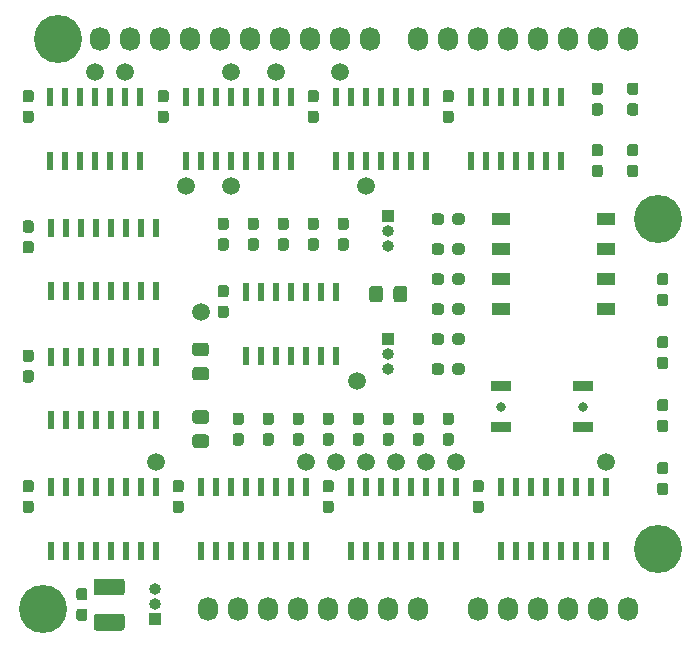
<source format=gts>
%TF.GenerationSoftware,KiCad,Pcbnew,(5.1.6)-1*%
%TF.CreationDate,2020-08-28T18:14:54+09:00*%
%TF.ProjectId,td4-shield,7464342d-7368-4696-956c-642e6b696361,rev?*%
%TF.SameCoordinates,Original*%
%TF.FileFunction,Soldermask,Top*%
%TF.FilePolarity,Negative*%
%FSLAX46Y46*%
G04 Gerber Fmt 4.6, Leading zero omitted, Abs format (unit mm)*
G04 Created by KiCad (PCBNEW (5.1.6)-1) date 2020-08-28 18:14:54*
%MOMM*%
%LPD*%
G01*
G04 APERTURE LIST*
%ADD10O,1.000000X1.000000*%
%ADD11R,1.000000X1.000000*%
%ADD12C,0.800000*%
%ADD13R,1.700000X0.900000*%
%ADD14R,1.500000X1.100000*%
%ADD15O,1.727200X2.032000*%
%ADD16C,4.064000*%
%ADD17C,1.500000*%
%ADD18R,0.600000X1.500000*%
G04 APERTURE END LIST*
%TO.C,R11*%
G36*
G01*
X144255500Y-108235000D02*
X143780500Y-108235000D01*
G75*
G02*
X143543000Y-107997500I0J237500D01*
G01*
X143543000Y-107422500D01*
G75*
G02*
X143780500Y-107185000I237500J0D01*
G01*
X144255500Y-107185000D01*
G75*
G02*
X144493000Y-107422500I0J-237500D01*
G01*
X144493000Y-107997500D01*
G75*
G02*
X144255500Y-108235000I-237500J0D01*
G01*
G37*
G36*
G01*
X144255500Y-109985000D02*
X143780500Y-109985000D01*
G75*
G02*
X143543000Y-109747500I0J237500D01*
G01*
X143543000Y-109172500D01*
G75*
G02*
X143780500Y-108935000I237500J0D01*
G01*
X144255500Y-108935000D01*
G75*
G02*
X144493000Y-109172500I0J-237500D01*
G01*
X144493000Y-109747500D01*
G75*
G02*
X144255500Y-109985000I-237500J0D01*
G01*
G37*
%TD*%
%TO.C,R10*%
G36*
G01*
X142510500Y-92425000D02*
X142985500Y-92425000D01*
G75*
G02*
X143223000Y-92662500I0J-237500D01*
G01*
X143223000Y-93237500D01*
G75*
G02*
X142985500Y-93475000I-237500J0D01*
G01*
X142510500Y-93475000D01*
G75*
G02*
X142273000Y-93237500I0J237500D01*
G01*
X142273000Y-92662500D01*
G75*
G02*
X142510500Y-92425000I237500J0D01*
G01*
G37*
G36*
G01*
X142510500Y-90675000D02*
X142985500Y-90675000D01*
G75*
G02*
X143223000Y-90912500I0J-237500D01*
G01*
X143223000Y-91487500D01*
G75*
G02*
X142985500Y-91725000I-237500J0D01*
G01*
X142510500Y-91725000D01*
G75*
G02*
X142273000Y-91487500I0J237500D01*
G01*
X142273000Y-90912500D01*
G75*
G02*
X142510500Y-90675000I237500J0D01*
G01*
G37*
%TD*%
%TO.C,R1*%
G36*
G01*
X128482500Y-123094000D02*
X128007500Y-123094000D01*
G75*
G02*
X127770000Y-122856500I0J237500D01*
G01*
X127770000Y-122281500D01*
G75*
G02*
X128007500Y-122044000I237500J0D01*
G01*
X128482500Y-122044000D01*
G75*
G02*
X128720000Y-122281500I0J-237500D01*
G01*
X128720000Y-122856500D01*
G75*
G02*
X128482500Y-123094000I-237500J0D01*
G01*
G37*
G36*
G01*
X128482500Y-124844000D02*
X128007500Y-124844000D01*
G75*
G02*
X127770000Y-124606500I0J237500D01*
G01*
X127770000Y-124031500D01*
G75*
G02*
X128007500Y-123794000I237500J0D01*
G01*
X128482500Y-123794000D01*
G75*
G02*
X128720000Y-124031500I0J-237500D01*
G01*
X128720000Y-124606500D01*
G75*
G02*
X128482500Y-124844000I-237500J0D01*
G01*
G37*
%TD*%
D10*
%TO.C,SW21*%
X154178000Y-103505000D03*
X154178000Y-102235000D03*
D11*
X154178000Y-100965000D03*
%TD*%
D10*
%TO.C,SW20*%
X154178000Y-93091000D03*
X154178000Y-91821000D03*
D11*
X154178000Y-90551000D03*
%TD*%
D12*
%TO.C,SW19*%
X170688000Y-106680000D03*
D13*
X170688000Y-104980000D03*
X170688000Y-108380000D03*
%TD*%
D12*
%TO.C,SW18*%
X163703000Y-106680000D03*
D13*
X163703000Y-104980000D03*
X163703000Y-108380000D03*
%TD*%
D14*
%TO.C,SW1*%
X163698000Y-90805000D03*
X172598000Y-98425000D03*
X163698000Y-93345000D03*
X172598000Y-95885000D03*
X163698000Y-95885000D03*
X172598000Y-93345000D03*
X163698000Y-98425000D03*
X172598000Y-90805000D03*
%TD*%
%TO.C,R28*%
G36*
G01*
X158908000Y-100727500D02*
X158908000Y-101202500D01*
G75*
G02*
X158670500Y-101440000I-237500J0D01*
G01*
X158095500Y-101440000D01*
G75*
G02*
X157858000Y-101202500I0J237500D01*
G01*
X157858000Y-100727500D01*
G75*
G02*
X158095500Y-100490000I237500J0D01*
G01*
X158670500Y-100490000D01*
G75*
G02*
X158908000Y-100727500I0J-237500D01*
G01*
G37*
G36*
G01*
X160658000Y-100727500D02*
X160658000Y-101202500D01*
G75*
G02*
X160420500Y-101440000I-237500J0D01*
G01*
X159845500Y-101440000D01*
G75*
G02*
X159608000Y-101202500I0J237500D01*
G01*
X159608000Y-100727500D01*
G75*
G02*
X159845500Y-100490000I237500J0D01*
G01*
X160420500Y-100490000D01*
G75*
G02*
X160658000Y-100727500I0J-237500D01*
G01*
G37*
%TD*%
%TO.C,R27*%
G36*
G01*
X158908000Y-103267500D02*
X158908000Y-103742500D01*
G75*
G02*
X158670500Y-103980000I-237500J0D01*
G01*
X158095500Y-103980000D01*
G75*
G02*
X157858000Y-103742500I0J237500D01*
G01*
X157858000Y-103267500D01*
G75*
G02*
X158095500Y-103030000I237500J0D01*
G01*
X158670500Y-103030000D01*
G75*
G02*
X158908000Y-103267500I0J-237500D01*
G01*
G37*
G36*
G01*
X160658000Y-103267500D02*
X160658000Y-103742500D01*
G75*
G02*
X160420500Y-103980000I-237500J0D01*
G01*
X159845500Y-103980000D01*
G75*
G02*
X159608000Y-103742500I0J237500D01*
G01*
X159608000Y-103267500D01*
G75*
G02*
X159845500Y-103030000I237500J0D01*
G01*
X160420500Y-103030000D01*
G75*
G02*
X160658000Y-103267500I0J-237500D01*
G01*
G37*
%TD*%
%TO.C,R26*%
G36*
G01*
X145525500Y-91725000D02*
X145050500Y-91725000D01*
G75*
G02*
X144813000Y-91487500I0J237500D01*
G01*
X144813000Y-90912500D01*
G75*
G02*
X145050500Y-90675000I237500J0D01*
G01*
X145525500Y-90675000D01*
G75*
G02*
X145763000Y-90912500I0J-237500D01*
G01*
X145763000Y-91487500D01*
G75*
G02*
X145525500Y-91725000I-237500J0D01*
G01*
G37*
G36*
G01*
X145525500Y-93475000D02*
X145050500Y-93475000D01*
G75*
G02*
X144813000Y-93237500I0J237500D01*
G01*
X144813000Y-92662500D01*
G75*
G02*
X145050500Y-92425000I237500J0D01*
G01*
X145525500Y-92425000D01*
G75*
G02*
X145763000Y-92662500I0J-237500D01*
G01*
X145763000Y-93237500D01*
G75*
G02*
X145525500Y-93475000I-237500J0D01*
G01*
G37*
%TD*%
%TO.C,R25*%
G36*
G01*
X150130500Y-92425000D02*
X150605500Y-92425000D01*
G75*
G02*
X150843000Y-92662500I0J-237500D01*
G01*
X150843000Y-93237500D01*
G75*
G02*
X150605500Y-93475000I-237500J0D01*
G01*
X150130500Y-93475000D01*
G75*
G02*
X149893000Y-93237500I0J237500D01*
G01*
X149893000Y-92662500D01*
G75*
G02*
X150130500Y-92425000I237500J0D01*
G01*
G37*
G36*
G01*
X150130500Y-90675000D02*
X150605500Y-90675000D01*
G75*
G02*
X150843000Y-90912500I0J-237500D01*
G01*
X150843000Y-91487500D01*
G75*
G02*
X150605500Y-91725000I-237500J0D01*
G01*
X150130500Y-91725000D01*
G75*
G02*
X149893000Y-91487500I0J237500D01*
G01*
X149893000Y-90912500D01*
G75*
G02*
X150130500Y-90675000I237500J0D01*
G01*
G37*
%TD*%
%TO.C,R24*%
G36*
G01*
X149335500Y-108235000D02*
X148860500Y-108235000D01*
G75*
G02*
X148623000Y-107997500I0J237500D01*
G01*
X148623000Y-107422500D01*
G75*
G02*
X148860500Y-107185000I237500J0D01*
G01*
X149335500Y-107185000D01*
G75*
G02*
X149573000Y-107422500I0J-237500D01*
G01*
X149573000Y-107997500D01*
G75*
G02*
X149335500Y-108235000I-237500J0D01*
G01*
G37*
G36*
G01*
X149335500Y-109985000D02*
X148860500Y-109985000D01*
G75*
G02*
X148623000Y-109747500I0J237500D01*
G01*
X148623000Y-109172500D01*
G75*
G02*
X148860500Y-108935000I237500J0D01*
G01*
X149335500Y-108935000D01*
G75*
G02*
X149573000Y-109172500I0J-237500D01*
G01*
X149573000Y-109747500D01*
G75*
G02*
X149335500Y-109985000I-237500J0D01*
G01*
G37*
%TD*%
%TO.C,R23*%
G36*
G01*
X147590500Y-92425000D02*
X148065500Y-92425000D01*
G75*
G02*
X148303000Y-92662500I0J-237500D01*
G01*
X148303000Y-93237500D01*
G75*
G02*
X148065500Y-93475000I-237500J0D01*
G01*
X147590500Y-93475000D01*
G75*
G02*
X147353000Y-93237500I0J237500D01*
G01*
X147353000Y-92662500D01*
G75*
G02*
X147590500Y-92425000I237500J0D01*
G01*
G37*
G36*
G01*
X147590500Y-90675000D02*
X148065500Y-90675000D01*
G75*
G02*
X148303000Y-90912500I0J-237500D01*
G01*
X148303000Y-91487500D01*
G75*
G02*
X148065500Y-91725000I-237500J0D01*
G01*
X147590500Y-91725000D01*
G75*
G02*
X147353000Y-91487500I0J237500D01*
G01*
X147353000Y-90912500D01*
G75*
G02*
X147590500Y-90675000I237500J0D01*
G01*
G37*
%TD*%
%TO.C,R22*%
G36*
G01*
X141715500Y-108235000D02*
X141240500Y-108235000D01*
G75*
G02*
X141003000Y-107997500I0J237500D01*
G01*
X141003000Y-107422500D01*
G75*
G02*
X141240500Y-107185000I237500J0D01*
G01*
X141715500Y-107185000D01*
G75*
G02*
X141953000Y-107422500I0J-237500D01*
G01*
X141953000Y-107997500D01*
G75*
G02*
X141715500Y-108235000I-237500J0D01*
G01*
G37*
G36*
G01*
X141715500Y-109985000D02*
X141240500Y-109985000D01*
G75*
G02*
X141003000Y-109747500I0J237500D01*
G01*
X141003000Y-109172500D01*
G75*
G02*
X141240500Y-108935000I237500J0D01*
G01*
X141715500Y-108935000D01*
G75*
G02*
X141953000Y-109172500I0J-237500D01*
G01*
X141953000Y-109747500D01*
G75*
G02*
X141715500Y-109985000I-237500J0D01*
G01*
G37*
%TD*%
%TO.C,R21*%
G36*
G01*
X146320500Y-108935000D02*
X146795500Y-108935000D01*
G75*
G02*
X147033000Y-109172500I0J-237500D01*
G01*
X147033000Y-109747500D01*
G75*
G02*
X146795500Y-109985000I-237500J0D01*
G01*
X146320500Y-109985000D01*
G75*
G02*
X146083000Y-109747500I0J237500D01*
G01*
X146083000Y-109172500D01*
G75*
G02*
X146320500Y-108935000I237500J0D01*
G01*
G37*
G36*
G01*
X146320500Y-107185000D02*
X146795500Y-107185000D01*
G75*
G02*
X147033000Y-107422500I0J-237500D01*
G01*
X147033000Y-107997500D01*
G75*
G02*
X146795500Y-108235000I-237500J0D01*
G01*
X146320500Y-108235000D01*
G75*
G02*
X146083000Y-107997500I0J237500D01*
G01*
X146083000Y-107422500D01*
G75*
G02*
X146320500Y-107185000I237500J0D01*
G01*
G37*
%TD*%
%TO.C,R20*%
G36*
G01*
X140445500Y-91725000D02*
X139970500Y-91725000D01*
G75*
G02*
X139733000Y-91487500I0J237500D01*
G01*
X139733000Y-90912500D01*
G75*
G02*
X139970500Y-90675000I237500J0D01*
G01*
X140445500Y-90675000D01*
G75*
G02*
X140683000Y-90912500I0J-237500D01*
G01*
X140683000Y-91487500D01*
G75*
G02*
X140445500Y-91725000I-237500J0D01*
G01*
G37*
G36*
G01*
X140445500Y-93475000D02*
X139970500Y-93475000D01*
G75*
G02*
X139733000Y-93237500I0J237500D01*
G01*
X139733000Y-92662500D01*
G75*
G02*
X139970500Y-92425000I237500J0D01*
G01*
X140445500Y-92425000D01*
G75*
G02*
X140683000Y-92662500I0J-237500D01*
G01*
X140683000Y-93237500D01*
G75*
G02*
X140445500Y-93475000I-237500J0D01*
G01*
G37*
%TD*%
%TO.C,R5*%
G36*
G01*
X159495500Y-108235000D02*
X159020500Y-108235000D01*
G75*
G02*
X158783000Y-107997500I0J237500D01*
G01*
X158783000Y-107422500D01*
G75*
G02*
X159020500Y-107185000I237500J0D01*
G01*
X159495500Y-107185000D01*
G75*
G02*
X159733000Y-107422500I0J-237500D01*
G01*
X159733000Y-107997500D01*
G75*
G02*
X159495500Y-108235000I-237500J0D01*
G01*
G37*
G36*
G01*
X159495500Y-109985000D02*
X159020500Y-109985000D01*
G75*
G02*
X158783000Y-109747500I0J237500D01*
G01*
X158783000Y-109172500D01*
G75*
G02*
X159020500Y-108935000I237500J0D01*
G01*
X159495500Y-108935000D01*
G75*
G02*
X159733000Y-109172500I0J-237500D01*
G01*
X159733000Y-109747500D01*
G75*
G02*
X159495500Y-109985000I-237500J0D01*
G01*
G37*
%TD*%
%TO.C,R4*%
G36*
G01*
X156955500Y-108235000D02*
X156480500Y-108235000D01*
G75*
G02*
X156243000Y-107997500I0J237500D01*
G01*
X156243000Y-107422500D01*
G75*
G02*
X156480500Y-107185000I237500J0D01*
G01*
X156955500Y-107185000D01*
G75*
G02*
X157193000Y-107422500I0J-237500D01*
G01*
X157193000Y-107997500D01*
G75*
G02*
X156955500Y-108235000I-237500J0D01*
G01*
G37*
G36*
G01*
X156955500Y-109985000D02*
X156480500Y-109985000D01*
G75*
G02*
X156243000Y-109747500I0J237500D01*
G01*
X156243000Y-109172500D01*
G75*
G02*
X156480500Y-108935000I237500J0D01*
G01*
X156955500Y-108935000D01*
G75*
G02*
X157193000Y-109172500I0J-237500D01*
G01*
X157193000Y-109747500D01*
G75*
G02*
X156955500Y-109985000I-237500J0D01*
G01*
G37*
%TD*%
%TO.C,R3*%
G36*
G01*
X154415500Y-108235000D02*
X153940500Y-108235000D01*
G75*
G02*
X153703000Y-107997500I0J237500D01*
G01*
X153703000Y-107422500D01*
G75*
G02*
X153940500Y-107185000I237500J0D01*
G01*
X154415500Y-107185000D01*
G75*
G02*
X154653000Y-107422500I0J-237500D01*
G01*
X154653000Y-107997500D01*
G75*
G02*
X154415500Y-108235000I-237500J0D01*
G01*
G37*
G36*
G01*
X154415500Y-109985000D02*
X153940500Y-109985000D01*
G75*
G02*
X153703000Y-109747500I0J237500D01*
G01*
X153703000Y-109172500D01*
G75*
G02*
X153940500Y-108935000I237500J0D01*
G01*
X154415500Y-108935000D01*
G75*
G02*
X154653000Y-109172500I0J-237500D01*
G01*
X154653000Y-109747500D01*
G75*
G02*
X154415500Y-109985000I-237500J0D01*
G01*
G37*
%TD*%
%TO.C,R2*%
G36*
G01*
X151875500Y-108235000D02*
X151400500Y-108235000D01*
G75*
G02*
X151163000Y-107997500I0J237500D01*
G01*
X151163000Y-107422500D01*
G75*
G02*
X151400500Y-107185000I237500J0D01*
G01*
X151875500Y-107185000D01*
G75*
G02*
X152113000Y-107422500I0J-237500D01*
G01*
X152113000Y-107997500D01*
G75*
G02*
X151875500Y-108235000I-237500J0D01*
G01*
G37*
G36*
G01*
X151875500Y-109985000D02*
X151400500Y-109985000D01*
G75*
G02*
X151163000Y-109747500I0J237500D01*
G01*
X151163000Y-109172500D01*
G75*
G02*
X151400500Y-108935000I237500J0D01*
G01*
X151875500Y-108935000D01*
G75*
G02*
X152113000Y-109172500I0J-237500D01*
G01*
X152113000Y-109747500D01*
G75*
G02*
X151875500Y-109985000I-237500J0D01*
G01*
G37*
%TD*%
%TO.C,R9*%
G36*
G01*
X158908000Y-98187500D02*
X158908000Y-98662500D01*
G75*
G02*
X158670500Y-98900000I-237500J0D01*
G01*
X158095500Y-98900000D01*
G75*
G02*
X157858000Y-98662500I0J237500D01*
G01*
X157858000Y-98187500D01*
G75*
G02*
X158095500Y-97950000I237500J0D01*
G01*
X158670500Y-97950000D01*
G75*
G02*
X158908000Y-98187500I0J-237500D01*
G01*
G37*
G36*
G01*
X160658000Y-98187500D02*
X160658000Y-98662500D01*
G75*
G02*
X160420500Y-98900000I-237500J0D01*
G01*
X159845500Y-98900000D01*
G75*
G02*
X159608000Y-98662500I0J237500D01*
G01*
X159608000Y-98187500D01*
G75*
G02*
X159845500Y-97950000I237500J0D01*
G01*
X160420500Y-97950000D01*
G75*
G02*
X160658000Y-98187500I0J-237500D01*
G01*
G37*
%TD*%
%TO.C,R8*%
G36*
G01*
X158908000Y-95647500D02*
X158908000Y-96122500D01*
G75*
G02*
X158670500Y-96360000I-237500J0D01*
G01*
X158095500Y-96360000D01*
G75*
G02*
X157858000Y-96122500I0J237500D01*
G01*
X157858000Y-95647500D01*
G75*
G02*
X158095500Y-95410000I237500J0D01*
G01*
X158670500Y-95410000D01*
G75*
G02*
X158908000Y-95647500I0J-237500D01*
G01*
G37*
G36*
G01*
X160658000Y-95647500D02*
X160658000Y-96122500D01*
G75*
G02*
X160420500Y-96360000I-237500J0D01*
G01*
X159845500Y-96360000D01*
G75*
G02*
X159608000Y-96122500I0J237500D01*
G01*
X159608000Y-95647500D01*
G75*
G02*
X159845500Y-95410000I237500J0D01*
G01*
X160420500Y-95410000D01*
G75*
G02*
X160658000Y-95647500I0J-237500D01*
G01*
G37*
%TD*%
%TO.C,R7*%
G36*
G01*
X158908000Y-93107500D02*
X158908000Y-93582500D01*
G75*
G02*
X158670500Y-93820000I-237500J0D01*
G01*
X158095500Y-93820000D01*
G75*
G02*
X157858000Y-93582500I0J237500D01*
G01*
X157858000Y-93107500D01*
G75*
G02*
X158095500Y-92870000I237500J0D01*
G01*
X158670500Y-92870000D01*
G75*
G02*
X158908000Y-93107500I0J-237500D01*
G01*
G37*
G36*
G01*
X160658000Y-93107500D02*
X160658000Y-93582500D01*
G75*
G02*
X160420500Y-93820000I-237500J0D01*
G01*
X159845500Y-93820000D01*
G75*
G02*
X159608000Y-93582500I0J237500D01*
G01*
X159608000Y-93107500D01*
G75*
G02*
X159845500Y-92870000I237500J0D01*
G01*
X160420500Y-92870000D01*
G75*
G02*
X160658000Y-93107500I0J-237500D01*
G01*
G37*
%TD*%
%TO.C,R6*%
G36*
G01*
X158908000Y-90567500D02*
X158908000Y-91042500D01*
G75*
G02*
X158670500Y-91280000I-237500J0D01*
G01*
X158095500Y-91280000D01*
G75*
G02*
X157858000Y-91042500I0J237500D01*
G01*
X157858000Y-90567500D01*
G75*
G02*
X158095500Y-90330000I237500J0D01*
G01*
X158670500Y-90330000D01*
G75*
G02*
X158908000Y-90567500I0J-237500D01*
G01*
G37*
G36*
G01*
X160658000Y-90567500D02*
X160658000Y-91042500D01*
G75*
G02*
X160420500Y-91280000I-237500J0D01*
G01*
X159845500Y-91280000D01*
G75*
G02*
X159608000Y-91042500I0J237500D01*
G01*
X159608000Y-90567500D01*
G75*
G02*
X159845500Y-90330000I237500J0D01*
G01*
X160420500Y-90330000D01*
G75*
G02*
X160658000Y-90567500I0J-237500D01*
G01*
G37*
%TD*%
D10*
%TO.C,JP1*%
X134430000Y-122110000D03*
X134430000Y-123380000D03*
D11*
X134430000Y-124650000D03*
%TD*%
%TO.C,D4*%
G36*
G01*
X177181500Y-113126000D02*
X177656500Y-113126000D01*
G75*
G02*
X177894000Y-113363500I0J-237500D01*
G01*
X177894000Y-113938500D01*
G75*
G02*
X177656500Y-114176000I-237500J0D01*
G01*
X177181500Y-114176000D01*
G75*
G02*
X176944000Y-113938500I0J237500D01*
G01*
X176944000Y-113363500D01*
G75*
G02*
X177181500Y-113126000I237500J0D01*
G01*
G37*
G36*
G01*
X177181500Y-111376000D02*
X177656500Y-111376000D01*
G75*
G02*
X177894000Y-111613500I0J-237500D01*
G01*
X177894000Y-112188500D01*
G75*
G02*
X177656500Y-112426000I-237500J0D01*
G01*
X177181500Y-112426000D01*
G75*
G02*
X176944000Y-112188500I0J237500D01*
G01*
X176944000Y-111613500D01*
G75*
G02*
X177181500Y-111376000I237500J0D01*
G01*
G37*
%TD*%
%TO.C,D3*%
G36*
G01*
X177181500Y-107792000D02*
X177656500Y-107792000D01*
G75*
G02*
X177894000Y-108029500I0J-237500D01*
G01*
X177894000Y-108604500D01*
G75*
G02*
X177656500Y-108842000I-237500J0D01*
G01*
X177181500Y-108842000D01*
G75*
G02*
X176944000Y-108604500I0J237500D01*
G01*
X176944000Y-108029500D01*
G75*
G02*
X177181500Y-107792000I237500J0D01*
G01*
G37*
G36*
G01*
X177181500Y-106042000D02*
X177656500Y-106042000D01*
G75*
G02*
X177894000Y-106279500I0J-237500D01*
G01*
X177894000Y-106854500D01*
G75*
G02*
X177656500Y-107092000I-237500J0D01*
G01*
X177181500Y-107092000D01*
G75*
G02*
X176944000Y-106854500I0J237500D01*
G01*
X176944000Y-106279500D01*
G75*
G02*
X177181500Y-106042000I237500J0D01*
G01*
G37*
%TD*%
%TO.C,D2*%
G36*
G01*
X177181500Y-102458000D02*
X177656500Y-102458000D01*
G75*
G02*
X177894000Y-102695500I0J-237500D01*
G01*
X177894000Y-103270500D01*
G75*
G02*
X177656500Y-103508000I-237500J0D01*
G01*
X177181500Y-103508000D01*
G75*
G02*
X176944000Y-103270500I0J237500D01*
G01*
X176944000Y-102695500D01*
G75*
G02*
X177181500Y-102458000I237500J0D01*
G01*
G37*
G36*
G01*
X177181500Y-100708000D02*
X177656500Y-100708000D01*
G75*
G02*
X177894000Y-100945500I0J-237500D01*
G01*
X177894000Y-101520500D01*
G75*
G02*
X177656500Y-101758000I-237500J0D01*
G01*
X177181500Y-101758000D01*
G75*
G02*
X176944000Y-101520500I0J237500D01*
G01*
X176944000Y-100945500D01*
G75*
G02*
X177181500Y-100708000I237500J0D01*
G01*
G37*
%TD*%
%TO.C,D1*%
G36*
G01*
X177181500Y-97124000D02*
X177656500Y-97124000D01*
G75*
G02*
X177894000Y-97361500I0J-237500D01*
G01*
X177894000Y-97936500D01*
G75*
G02*
X177656500Y-98174000I-237500J0D01*
G01*
X177181500Y-98174000D01*
G75*
G02*
X176944000Y-97936500I0J237500D01*
G01*
X176944000Y-97361500D01*
G75*
G02*
X177181500Y-97124000I237500J0D01*
G01*
G37*
G36*
G01*
X177181500Y-95374000D02*
X177656500Y-95374000D01*
G75*
G02*
X177894000Y-95611500I0J-237500D01*
G01*
X177894000Y-96186500D01*
G75*
G02*
X177656500Y-96424000I-237500J0D01*
G01*
X177181500Y-96424000D01*
G75*
G02*
X176944000Y-96186500I0J237500D01*
G01*
X176944000Y-95611500D01*
G75*
G02*
X177181500Y-95374000I237500J0D01*
G01*
G37*
%TD*%
%TO.C,CP13*%
G36*
G01*
X139970500Y-98140000D02*
X140445500Y-98140000D01*
G75*
G02*
X140683000Y-98377500I0J-237500D01*
G01*
X140683000Y-98952500D01*
G75*
G02*
X140445500Y-99190000I-237500J0D01*
G01*
X139970500Y-99190000D01*
G75*
G02*
X139733000Y-98952500I0J237500D01*
G01*
X139733000Y-98377500D01*
G75*
G02*
X139970500Y-98140000I237500J0D01*
G01*
G37*
G36*
G01*
X139970500Y-96390000D02*
X140445500Y-96390000D01*
G75*
G02*
X140683000Y-96627500I0J-237500D01*
G01*
X140683000Y-97202500D01*
G75*
G02*
X140445500Y-97440000I-237500J0D01*
G01*
X139970500Y-97440000D01*
G75*
G02*
X139733000Y-97202500I0J237500D01*
G01*
X139733000Y-96627500D01*
G75*
G02*
X139970500Y-96390000I237500J0D01*
G01*
G37*
%TD*%
%TO.C,CP10*%
G36*
G01*
X159020500Y-81630000D02*
X159495500Y-81630000D01*
G75*
G02*
X159733000Y-81867500I0J-237500D01*
G01*
X159733000Y-82442500D01*
G75*
G02*
X159495500Y-82680000I-237500J0D01*
G01*
X159020500Y-82680000D01*
G75*
G02*
X158783000Y-82442500I0J237500D01*
G01*
X158783000Y-81867500D01*
G75*
G02*
X159020500Y-81630000I237500J0D01*
G01*
G37*
G36*
G01*
X159020500Y-79880000D02*
X159495500Y-79880000D01*
G75*
G02*
X159733000Y-80117500I0J-237500D01*
G01*
X159733000Y-80692500D01*
G75*
G02*
X159495500Y-80930000I-237500J0D01*
G01*
X159020500Y-80930000D01*
G75*
G02*
X158783000Y-80692500I0J237500D01*
G01*
X158783000Y-80117500D01*
G75*
G02*
X159020500Y-79880000I237500J0D01*
G01*
G37*
%TD*%
%TO.C,CP9*%
G36*
G01*
X134890500Y-79880000D02*
X135365500Y-79880000D01*
G75*
G02*
X135603000Y-80117500I0J-237500D01*
G01*
X135603000Y-80692500D01*
G75*
G02*
X135365500Y-80930000I-237500J0D01*
G01*
X134890500Y-80930000D01*
G75*
G02*
X134653000Y-80692500I0J237500D01*
G01*
X134653000Y-80117500D01*
G75*
G02*
X134890500Y-79880000I237500J0D01*
G01*
G37*
G36*
G01*
X134890500Y-81630000D02*
X135365500Y-81630000D01*
G75*
G02*
X135603000Y-81867500I0J-237500D01*
G01*
X135603000Y-82442500D01*
G75*
G02*
X135365500Y-82680000I-237500J0D01*
G01*
X134890500Y-82680000D01*
G75*
G02*
X134653000Y-82442500I0J237500D01*
G01*
X134653000Y-81867500D01*
G75*
G02*
X134890500Y-81630000I237500J0D01*
G01*
G37*
%TD*%
%TO.C,CP8*%
G36*
G01*
X147590500Y-81630000D02*
X148065500Y-81630000D01*
G75*
G02*
X148303000Y-81867500I0J-237500D01*
G01*
X148303000Y-82442500D01*
G75*
G02*
X148065500Y-82680000I-237500J0D01*
G01*
X147590500Y-82680000D01*
G75*
G02*
X147353000Y-82442500I0J237500D01*
G01*
X147353000Y-81867500D01*
G75*
G02*
X147590500Y-81630000I237500J0D01*
G01*
G37*
G36*
G01*
X147590500Y-79880000D02*
X148065500Y-79880000D01*
G75*
G02*
X148303000Y-80117500I0J-237500D01*
G01*
X148303000Y-80692500D01*
G75*
G02*
X148065500Y-80930000I-237500J0D01*
G01*
X147590500Y-80930000D01*
G75*
G02*
X147353000Y-80692500I0J237500D01*
G01*
X147353000Y-80117500D01*
G75*
G02*
X147590500Y-79880000I237500J0D01*
G01*
G37*
%TD*%
%TO.C,CP7*%
G36*
G01*
X123460500Y-92665000D02*
X123935500Y-92665000D01*
G75*
G02*
X124173000Y-92902500I0J-237500D01*
G01*
X124173000Y-93477500D01*
G75*
G02*
X123935500Y-93715000I-237500J0D01*
G01*
X123460500Y-93715000D01*
G75*
G02*
X123223000Y-93477500I0J237500D01*
G01*
X123223000Y-92902500D01*
G75*
G02*
X123460500Y-92665000I237500J0D01*
G01*
G37*
G36*
G01*
X123460500Y-90915000D02*
X123935500Y-90915000D01*
G75*
G02*
X124173000Y-91152500I0J-237500D01*
G01*
X124173000Y-91727500D01*
G75*
G02*
X123935500Y-91965000I-237500J0D01*
G01*
X123460500Y-91965000D01*
G75*
G02*
X123223000Y-91727500I0J237500D01*
G01*
X123223000Y-91152500D01*
G75*
G02*
X123460500Y-90915000I237500J0D01*
G01*
G37*
%TD*%
%TO.C,CP6*%
G36*
G01*
X123460500Y-103601000D02*
X123935500Y-103601000D01*
G75*
G02*
X124173000Y-103838500I0J-237500D01*
G01*
X124173000Y-104413500D01*
G75*
G02*
X123935500Y-104651000I-237500J0D01*
G01*
X123460500Y-104651000D01*
G75*
G02*
X123223000Y-104413500I0J237500D01*
G01*
X123223000Y-103838500D01*
G75*
G02*
X123460500Y-103601000I237500J0D01*
G01*
G37*
G36*
G01*
X123460500Y-101851000D02*
X123935500Y-101851000D01*
G75*
G02*
X124173000Y-102088500I0J-237500D01*
G01*
X124173000Y-102663500D01*
G75*
G02*
X123935500Y-102901000I-237500J0D01*
G01*
X123460500Y-102901000D01*
G75*
G02*
X123223000Y-102663500I0J237500D01*
G01*
X123223000Y-102088500D01*
G75*
G02*
X123460500Y-101851000I237500J0D01*
G01*
G37*
%TD*%
%TO.C,CP5*%
G36*
G01*
X161560500Y-114650000D02*
X162035500Y-114650000D01*
G75*
G02*
X162273000Y-114887500I0J-237500D01*
G01*
X162273000Y-115462500D01*
G75*
G02*
X162035500Y-115700000I-237500J0D01*
G01*
X161560500Y-115700000D01*
G75*
G02*
X161323000Y-115462500I0J237500D01*
G01*
X161323000Y-114887500D01*
G75*
G02*
X161560500Y-114650000I237500J0D01*
G01*
G37*
G36*
G01*
X161560500Y-112900000D02*
X162035500Y-112900000D01*
G75*
G02*
X162273000Y-113137500I0J-237500D01*
G01*
X162273000Y-113712500D01*
G75*
G02*
X162035500Y-113950000I-237500J0D01*
G01*
X161560500Y-113950000D01*
G75*
G02*
X161323000Y-113712500I0J237500D01*
G01*
X161323000Y-113137500D01*
G75*
G02*
X161560500Y-112900000I237500J0D01*
G01*
G37*
%TD*%
%TO.C,CP4*%
G36*
G01*
X148860500Y-114650000D02*
X149335500Y-114650000D01*
G75*
G02*
X149573000Y-114887500I0J-237500D01*
G01*
X149573000Y-115462500D01*
G75*
G02*
X149335500Y-115700000I-237500J0D01*
G01*
X148860500Y-115700000D01*
G75*
G02*
X148623000Y-115462500I0J237500D01*
G01*
X148623000Y-114887500D01*
G75*
G02*
X148860500Y-114650000I237500J0D01*
G01*
G37*
G36*
G01*
X148860500Y-112900000D02*
X149335500Y-112900000D01*
G75*
G02*
X149573000Y-113137500I0J-237500D01*
G01*
X149573000Y-113712500D01*
G75*
G02*
X149335500Y-113950000I-237500J0D01*
G01*
X148860500Y-113950000D01*
G75*
G02*
X148623000Y-113712500I0J237500D01*
G01*
X148623000Y-113137500D01*
G75*
G02*
X148860500Y-112900000I237500J0D01*
G01*
G37*
%TD*%
%TO.C,CP3*%
G36*
G01*
X136160500Y-114650000D02*
X136635500Y-114650000D01*
G75*
G02*
X136873000Y-114887500I0J-237500D01*
G01*
X136873000Y-115462500D01*
G75*
G02*
X136635500Y-115700000I-237500J0D01*
G01*
X136160500Y-115700000D01*
G75*
G02*
X135923000Y-115462500I0J237500D01*
G01*
X135923000Y-114887500D01*
G75*
G02*
X136160500Y-114650000I237500J0D01*
G01*
G37*
G36*
G01*
X136160500Y-112900000D02*
X136635500Y-112900000D01*
G75*
G02*
X136873000Y-113137500I0J-237500D01*
G01*
X136873000Y-113712500D01*
G75*
G02*
X136635500Y-113950000I-237500J0D01*
G01*
X136160500Y-113950000D01*
G75*
G02*
X135923000Y-113712500I0J237500D01*
G01*
X135923000Y-113137500D01*
G75*
G02*
X136160500Y-112900000I237500J0D01*
G01*
G37*
%TD*%
%TO.C,CP2*%
G36*
G01*
X123460500Y-114650000D02*
X123935500Y-114650000D01*
G75*
G02*
X124173000Y-114887500I0J-237500D01*
G01*
X124173000Y-115462500D01*
G75*
G02*
X123935500Y-115700000I-237500J0D01*
G01*
X123460500Y-115700000D01*
G75*
G02*
X123223000Y-115462500I0J237500D01*
G01*
X123223000Y-114887500D01*
G75*
G02*
X123460500Y-114650000I237500J0D01*
G01*
G37*
G36*
G01*
X123460500Y-112900000D02*
X123935500Y-112900000D01*
G75*
G02*
X124173000Y-113137500I0J-237500D01*
G01*
X124173000Y-113712500D01*
G75*
G02*
X123935500Y-113950000I-237500J0D01*
G01*
X123460500Y-113950000D01*
G75*
G02*
X123223000Y-113712500I0J237500D01*
G01*
X123223000Y-113137500D01*
G75*
G02*
X123460500Y-112900000I237500J0D01*
G01*
G37*
%TD*%
%TO.C,CP1*%
G36*
G01*
X123460500Y-81630000D02*
X123935500Y-81630000D01*
G75*
G02*
X124173000Y-81867500I0J-237500D01*
G01*
X124173000Y-82442500D01*
G75*
G02*
X123935500Y-82680000I-237500J0D01*
G01*
X123460500Y-82680000D01*
G75*
G02*
X123223000Y-82442500I0J237500D01*
G01*
X123223000Y-81867500D01*
G75*
G02*
X123460500Y-81630000I237500J0D01*
G01*
G37*
G36*
G01*
X123460500Y-79880000D02*
X123935500Y-79880000D01*
G75*
G02*
X124173000Y-80117500I0J-237500D01*
G01*
X124173000Y-80692500D01*
G75*
G02*
X123935500Y-80930000I-237500J0D01*
G01*
X123460500Y-80930000D01*
G75*
G02*
X123223000Y-80692500I0J237500D01*
G01*
X123223000Y-80117500D01*
G75*
G02*
X123460500Y-79880000I237500J0D01*
G01*
G37*
%TD*%
%TO.C,C4*%
G36*
G01*
X154628000Y-97605001D02*
X154628000Y-96704999D01*
G75*
G02*
X154877999Y-96455000I249999J0D01*
G01*
X155528001Y-96455000D01*
G75*
G02*
X155778000Y-96704999I0J-249999D01*
G01*
X155778000Y-97605001D01*
G75*
G02*
X155528001Y-97855000I-249999J0D01*
G01*
X154877999Y-97855000D01*
G75*
G02*
X154628000Y-97605001I0J249999D01*
G01*
G37*
G36*
G01*
X152578000Y-97605001D02*
X152578000Y-96704999D01*
G75*
G02*
X152827999Y-96455000I249999J0D01*
G01*
X153478001Y-96455000D01*
G75*
G02*
X153728000Y-96704999I0J-249999D01*
G01*
X153728000Y-97605001D01*
G75*
G02*
X153478001Y-97855000I-249999J0D01*
G01*
X152827999Y-97855000D01*
G75*
G02*
X152578000Y-97605001I0J249999D01*
G01*
G37*
%TD*%
%TO.C,C3*%
G36*
G01*
X138753001Y-108135000D02*
X137852999Y-108135000D01*
G75*
G02*
X137603000Y-107885001I0J249999D01*
G01*
X137603000Y-107234999D01*
G75*
G02*
X137852999Y-106985000I249999J0D01*
G01*
X138753001Y-106985000D01*
G75*
G02*
X139003000Y-107234999I0J-249999D01*
G01*
X139003000Y-107885001D01*
G75*
G02*
X138753001Y-108135000I-249999J0D01*
G01*
G37*
G36*
G01*
X138753001Y-110185000D02*
X137852999Y-110185000D01*
G75*
G02*
X137603000Y-109935001I0J249999D01*
G01*
X137603000Y-109284999D01*
G75*
G02*
X137852999Y-109035000I249999J0D01*
G01*
X138753001Y-109035000D01*
G75*
G02*
X139003000Y-109284999I0J-249999D01*
G01*
X139003000Y-109935001D01*
G75*
G02*
X138753001Y-110185000I-249999J0D01*
G01*
G37*
%TD*%
%TO.C,C2*%
G36*
G01*
X138753001Y-102420000D02*
X137852999Y-102420000D01*
G75*
G02*
X137603000Y-102170001I0J249999D01*
G01*
X137603000Y-101519999D01*
G75*
G02*
X137852999Y-101270000I249999J0D01*
G01*
X138753001Y-101270000D01*
G75*
G02*
X139003000Y-101519999I0J-249999D01*
G01*
X139003000Y-102170001D01*
G75*
G02*
X138753001Y-102420000I-249999J0D01*
G01*
G37*
G36*
G01*
X138753001Y-104470000D02*
X137852999Y-104470000D01*
G75*
G02*
X137603000Y-104220001I0J249999D01*
G01*
X137603000Y-103569999D01*
G75*
G02*
X137852999Y-103320000I249999J0D01*
G01*
X138753001Y-103320000D01*
G75*
G02*
X139003000Y-103569999I0J-249999D01*
G01*
X139003000Y-104220001D01*
G75*
G02*
X138753001Y-104470000I-249999J0D01*
G01*
G37*
%TD*%
%TO.C,C1*%
G36*
G01*
X131631000Y-122669000D02*
X129481000Y-122669000D01*
G75*
G02*
X129231000Y-122419000I0J250000D01*
G01*
X129231000Y-121494000D01*
G75*
G02*
X129481000Y-121244000I250000J0D01*
G01*
X131631000Y-121244000D01*
G75*
G02*
X131881000Y-121494000I0J-250000D01*
G01*
X131881000Y-122419000D01*
G75*
G02*
X131631000Y-122669000I-250000J0D01*
G01*
G37*
G36*
G01*
X131631000Y-125644000D02*
X129481000Y-125644000D01*
G75*
G02*
X129231000Y-125394000I0J250000D01*
G01*
X129231000Y-124469000D01*
G75*
G02*
X129481000Y-124219000I250000J0D01*
G01*
X131631000Y-124219000D01*
G75*
G02*
X131881000Y-124469000I0J-250000D01*
G01*
X131881000Y-125394000D01*
G75*
G02*
X131631000Y-125644000I-250000J0D01*
G01*
G37*
%TD*%
D15*
%TO.C,P1*%
X138938000Y-123825000D03*
X141478000Y-123825000D03*
X144018000Y-123825000D03*
X146558000Y-123825000D03*
X149098000Y-123825000D03*
X151638000Y-123825000D03*
X154178000Y-123825000D03*
X156718000Y-123825000D03*
%TD*%
%TO.C,P2*%
X161798000Y-123825000D03*
X164338000Y-123825000D03*
X166878000Y-123825000D03*
X169418000Y-123825000D03*
X171958000Y-123825000D03*
X174498000Y-123825000D03*
%TD*%
%TO.C,P3*%
X129794000Y-75565000D03*
X132334000Y-75565000D03*
X134874000Y-75565000D03*
X137414000Y-75565000D03*
X139954000Y-75565000D03*
X142494000Y-75565000D03*
X145034000Y-75565000D03*
X147574000Y-75565000D03*
X150114000Y-75565000D03*
X152654000Y-75565000D03*
%TD*%
%TO.C,P4*%
X156718000Y-75565000D03*
X159258000Y-75565000D03*
X161798000Y-75565000D03*
X164338000Y-75565000D03*
X166878000Y-75565000D03*
X169418000Y-75565000D03*
X171958000Y-75565000D03*
X174498000Y-75565000D03*
%TD*%
D16*
%TO.C,P5*%
X124968000Y-123825000D03*
%TD*%
%TO.C,P6*%
X177038000Y-118745000D03*
%TD*%
%TO.C,P7*%
X126238000Y-75565000D03*
%TD*%
%TO.C,P8*%
X177038000Y-90805000D03*
%TD*%
%TO.C,D5*%
G36*
G01*
X174641500Y-80995000D02*
X175116500Y-80995000D01*
G75*
G02*
X175354000Y-81232500I0J-237500D01*
G01*
X175354000Y-81807500D01*
G75*
G02*
X175116500Y-82045000I-237500J0D01*
G01*
X174641500Y-82045000D01*
G75*
G02*
X174404000Y-81807500I0J237500D01*
G01*
X174404000Y-81232500D01*
G75*
G02*
X174641500Y-80995000I237500J0D01*
G01*
G37*
G36*
G01*
X174641500Y-79245000D02*
X175116500Y-79245000D01*
G75*
G02*
X175354000Y-79482500I0J-237500D01*
G01*
X175354000Y-80057500D01*
G75*
G02*
X175116500Y-80295000I-237500J0D01*
G01*
X174641500Y-80295000D01*
G75*
G02*
X174404000Y-80057500I0J237500D01*
G01*
X174404000Y-79482500D01*
G75*
G02*
X174641500Y-79245000I237500J0D01*
G01*
G37*
%TD*%
%TO.C,D6*%
G36*
G01*
X174641500Y-84452000D02*
X175116500Y-84452000D01*
G75*
G02*
X175354000Y-84689500I0J-237500D01*
G01*
X175354000Y-85264500D01*
G75*
G02*
X175116500Y-85502000I-237500J0D01*
G01*
X174641500Y-85502000D01*
G75*
G02*
X174404000Y-85264500I0J237500D01*
G01*
X174404000Y-84689500D01*
G75*
G02*
X174641500Y-84452000I237500J0D01*
G01*
G37*
G36*
G01*
X174641500Y-86202000D02*
X175116500Y-86202000D01*
G75*
G02*
X175354000Y-86439500I0J-237500D01*
G01*
X175354000Y-87014500D01*
G75*
G02*
X175116500Y-87252000I-237500J0D01*
G01*
X174641500Y-87252000D01*
G75*
G02*
X174404000Y-87014500I0J237500D01*
G01*
X174404000Y-86439500D01*
G75*
G02*
X174641500Y-86202000I237500J0D01*
G01*
G37*
%TD*%
%TO.C,R38*%
G36*
G01*
X171644500Y-79245000D02*
X172119500Y-79245000D01*
G75*
G02*
X172357000Y-79482500I0J-237500D01*
G01*
X172357000Y-80057500D01*
G75*
G02*
X172119500Y-80295000I-237500J0D01*
G01*
X171644500Y-80295000D01*
G75*
G02*
X171407000Y-80057500I0J237500D01*
G01*
X171407000Y-79482500D01*
G75*
G02*
X171644500Y-79245000I237500J0D01*
G01*
G37*
G36*
G01*
X171644500Y-80995000D02*
X172119500Y-80995000D01*
G75*
G02*
X172357000Y-81232500I0J-237500D01*
G01*
X172357000Y-81807500D01*
G75*
G02*
X172119500Y-82045000I-237500J0D01*
G01*
X171644500Y-82045000D01*
G75*
G02*
X171407000Y-81807500I0J237500D01*
G01*
X171407000Y-81232500D01*
G75*
G02*
X171644500Y-80995000I237500J0D01*
G01*
G37*
%TD*%
%TO.C,R39*%
G36*
G01*
X171644500Y-86202000D02*
X172119500Y-86202000D01*
G75*
G02*
X172357000Y-86439500I0J-237500D01*
G01*
X172357000Y-87014500D01*
G75*
G02*
X172119500Y-87252000I-237500J0D01*
G01*
X171644500Y-87252000D01*
G75*
G02*
X171407000Y-87014500I0J237500D01*
G01*
X171407000Y-86439500D01*
G75*
G02*
X171644500Y-86202000I237500J0D01*
G01*
G37*
G36*
G01*
X171644500Y-84452000D02*
X172119500Y-84452000D01*
G75*
G02*
X172357000Y-84689500I0J-237500D01*
G01*
X172357000Y-85264500D01*
G75*
G02*
X172119500Y-85502000I-237500J0D01*
G01*
X171644500Y-85502000D01*
G75*
G02*
X171407000Y-85264500I0J237500D01*
G01*
X171407000Y-84689500D01*
G75*
G02*
X171644500Y-84452000I237500J0D01*
G01*
G37*
%TD*%
D17*
%TO.C,TP1*%
X140843000Y-88011000D03*
%TD*%
%TO.C,TP2*%
X137033000Y-88011000D03*
%TD*%
%TO.C,TP3*%
X140843000Y-78359000D03*
%TD*%
%TO.C,TP4*%
X144653000Y-78359000D03*
%TD*%
%TO.C,TP5*%
X129362000Y-78333600D03*
%TD*%
%TO.C,TP6*%
X131902000Y-78333600D03*
%TD*%
%TO.C,TP7*%
X134493000Y-111379000D03*
%TD*%
%TO.C,TP8*%
X147193000Y-111379000D03*
%TD*%
%TO.C,TP9*%
X159893000Y-111379000D03*
%TD*%
%TO.C,TP10*%
X172593000Y-111379000D03*
%TD*%
%TO.C,TP11*%
X152273000Y-88011000D03*
%TD*%
%TO.C,TP12*%
X150114000Y-78359000D03*
%TD*%
%TO.C,TP13*%
X149733000Y-111379000D03*
%TD*%
%TO.C,TP14*%
X152273000Y-111379000D03*
%TD*%
%TO.C,TP15*%
X154813000Y-111379000D03*
%TD*%
%TO.C,TP16*%
X157353000Y-111379000D03*
%TD*%
%TO.C,TP17*%
X151511000Y-104521000D03*
%TD*%
%TO.C,TP18*%
X138303000Y-98679000D03*
%TD*%
D18*
%TO.C,U1*%
X125578000Y-85885000D03*
X126848000Y-85885000D03*
X128118000Y-85885000D03*
X129388000Y-85885000D03*
X130658000Y-85885000D03*
X131928000Y-85885000D03*
X133198000Y-85885000D03*
X133198000Y-80485000D03*
X131928000Y-80485000D03*
X130658000Y-80485000D03*
X129388000Y-80485000D03*
X128118000Y-80485000D03*
X126848000Y-80485000D03*
X125578000Y-80485000D03*
%TD*%
%TO.C,U2*%
X125603000Y-113505000D03*
X126873000Y-113505000D03*
X128143000Y-113505000D03*
X129413000Y-113505000D03*
X130683000Y-113505000D03*
X131953000Y-113505000D03*
X133223000Y-113505000D03*
X134493000Y-113505000D03*
X134493000Y-118905000D03*
X133223000Y-118905000D03*
X131953000Y-118905000D03*
X130683000Y-118905000D03*
X129413000Y-118905000D03*
X128143000Y-118905000D03*
X126873000Y-118905000D03*
X125603000Y-118905000D03*
%TD*%
%TO.C,U3*%
X138303000Y-118905000D03*
X139573000Y-118905000D03*
X140843000Y-118905000D03*
X142113000Y-118905000D03*
X143383000Y-118905000D03*
X144653000Y-118905000D03*
X145923000Y-118905000D03*
X147193000Y-118905000D03*
X147193000Y-113505000D03*
X145923000Y-113505000D03*
X144653000Y-113505000D03*
X143383000Y-113505000D03*
X142113000Y-113505000D03*
X140843000Y-113505000D03*
X139573000Y-113505000D03*
X138303000Y-113505000D03*
%TD*%
%TO.C,U4*%
X151003000Y-113505000D03*
X152273000Y-113505000D03*
X153543000Y-113505000D03*
X154813000Y-113505000D03*
X156083000Y-113505000D03*
X157353000Y-113505000D03*
X158623000Y-113505000D03*
X159893000Y-113505000D03*
X159893000Y-118905000D03*
X158623000Y-118905000D03*
X157353000Y-118905000D03*
X156083000Y-118905000D03*
X154813000Y-118905000D03*
X153543000Y-118905000D03*
X152273000Y-118905000D03*
X151003000Y-118905000D03*
%TD*%
%TO.C,U5*%
X163703000Y-113505000D03*
X164973000Y-113505000D03*
X166243000Y-113505000D03*
X167513000Y-113505000D03*
X168783000Y-113505000D03*
X170053000Y-113505000D03*
X171323000Y-113505000D03*
X172593000Y-113505000D03*
X172593000Y-118905000D03*
X171323000Y-118905000D03*
X170053000Y-118905000D03*
X168783000Y-118905000D03*
X167513000Y-118905000D03*
X166243000Y-118905000D03*
X164973000Y-118905000D03*
X163703000Y-118905000D03*
%TD*%
%TO.C,U6*%
X125603000Y-107856000D03*
X126873000Y-107856000D03*
X128143000Y-107856000D03*
X129413000Y-107856000D03*
X130683000Y-107856000D03*
X131953000Y-107856000D03*
X133223000Y-107856000D03*
X134493000Y-107856000D03*
X134493000Y-102456000D03*
X133223000Y-102456000D03*
X131953000Y-102456000D03*
X130683000Y-102456000D03*
X129413000Y-102456000D03*
X128143000Y-102456000D03*
X126873000Y-102456000D03*
X125603000Y-102456000D03*
%TD*%
%TO.C,U7*%
X125603000Y-91534000D03*
X126873000Y-91534000D03*
X128143000Y-91534000D03*
X129413000Y-91534000D03*
X130683000Y-91534000D03*
X131953000Y-91534000D03*
X133223000Y-91534000D03*
X134493000Y-91534000D03*
X134493000Y-96934000D03*
X133223000Y-96934000D03*
X131953000Y-96934000D03*
X130683000Y-96934000D03*
X129413000Y-96934000D03*
X128143000Y-96934000D03*
X126873000Y-96934000D03*
X125603000Y-96934000D03*
%TD*%
%TO.C,U8*%
X149733000Y-80485000D03*
X151003000Y-80485000D03*
X152273000Y-80485000D03*
X153543000Y-80485000D03*
X154813000Y-80485000D03*
X156083000Y-80485000D03*
X157353000Y-80485000D03*
X157353000Y-85885000D03*
X156083000Y-85885000D03*
X154813000Y-85885000D03*
X153543000Y-85885000D03*
X152273000Y-85885000D03*
X151003000Y-85885000D03*
X149733000Y-85885000D03*
%TD*%
%TO.C,U9*%
X137033000Y-85885000D03*
X138303000Y-85885000D03*
X139573000Y-85885000D03*
X140843000Y-85885000D03*
X142113000Y-85885000D03*
X143383000Y-85885000D03*
X144653000Y-85885000D03*
X145923000Y-85885000D03*
X145923000Y-80485000D03*
X144653000Y-80485000D03*
X143383000Y-80485000D03*
X142113000Y-80485000D03*
X140843000Y-80485000D03*
X139573000Y-80485000D03*
X138303000Y-80485000D03*
X137033000Y-80485000D03*
%TD*%
%TO.C,U10*%
X161163000Y-85885000D03*
X162433000Y-85885000D03*
X163703000Y-85885000D03*
X164973000Y-85885000D03*
X166243000Y-85885000D03*
X167513000Y-85885000D03*
X168783000Y-85885000D03*
X168783000Y-80485000D03*
X167513000Y-80485000D03*
X166243000Y-80485000D03*
X164973000Y-80485000D03*
X163703000Y-80485000D03*
X162433000Y-80485000D03*
X161163000Y-80485000D03*
%TD*%
%TO.C,U13*%
X142113000Y-96995000D03*
X143383000Y-96995000D03*
X144653000Y-96995000D03*
X145923000Y-96995000D03*
X147193000Y-96995000D03*
X148463000Y-96995000D03*
X149733000Y-96995000D03*
X149733000Y-102395000D03*
X148463000Y-102395000D03*
X147193000Y-102395000D03*
X145923000Y-102395000D03*
X144653000Y-102395000D03*
X143383000Y-102395000D03*
X142113000Y-102395000D03*
%TD*%
M02*

</source>
